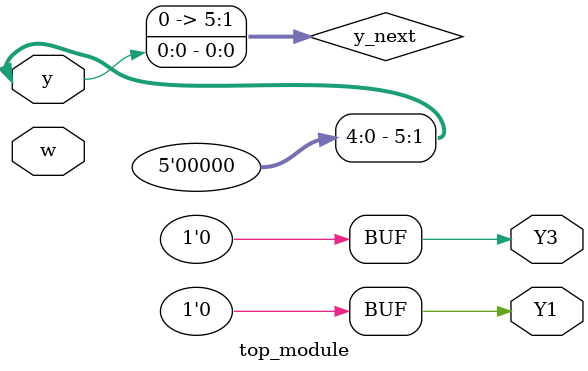
<source format=sv>
module top_module (
	input [5:0] y,
	input w,
	output Y1,
	output Y3
);

reg [5:0] y_next;
always @ (y, w)
begin
	case (y)
		6'd0: y_next = 6'd1;
		6'd1: y_next = 6'd2;
		6'd2: y_next = 6'd4;
		6'd3: y_next = 6'd8;
		6'd4: y_next = 6'd16;
		6'd5: y_next = 6'd8;
		default: y_next = 6'd0;
	endcase
	
	if (~w)
		y_next[0] = y[0];
	
	y <= y_next;
end

assign Y1 = y[1];
assign Y3 = y[3];

endmodule

</source>
